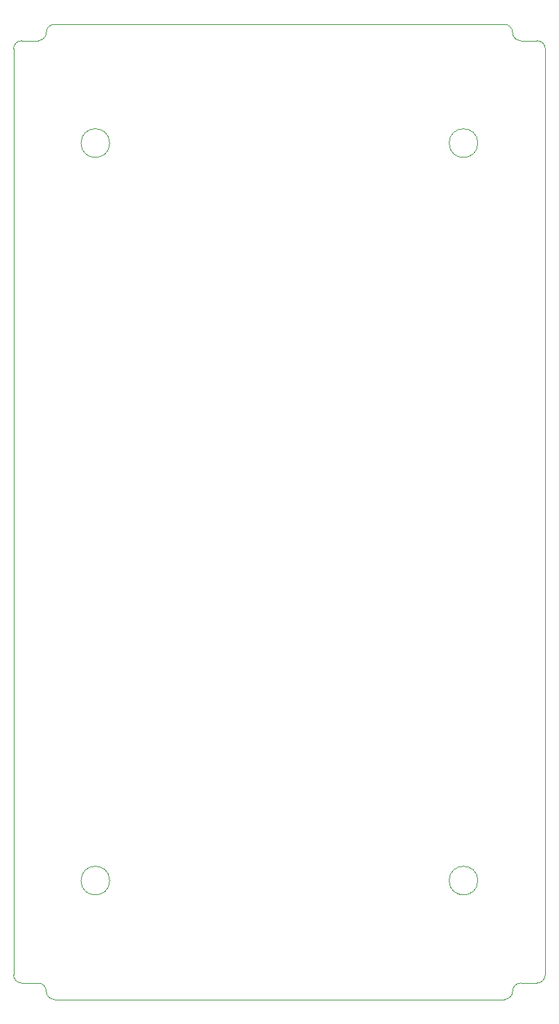
<source format=gm1>
G04 #@! TF.GenerationSoftware,KiCad,Pcbnew,5.1.5*
G04 #@! TF.CreationDate,2020-04-05T13:53:30+02:00*
G04 #@! TF.ProjectId,s7-ioboard,73372d69-6f62-46f6-9172-642e6b696361,16*
G04 #@! TF.SameCoordinates,Original*
G04 #@! TF.FileFunction,Profile,NP*
%FSLAX46Y46*%
G04 Gerber Fmt 4.6, Leading zero omitted, Abs format (unit mm)*
G04 Created by KiCad (PCBNEW 5.1.5) date 2020-04-05 13:53:30*
%MOMM*%
%LPD*%
G04 APERTURE LIST*
%ADD10C,0.050000*%
G04 APERTURE END LIST*
D10*
X80500000Y-197500000D02*
X78500000Y-197500000D01*
X78500000Y-197500000D02*
G75*
G02X77500000Y-196500000I0J1000000D01*
G01*
X80500000Y-197500000D02*
G75*
G02X81500000Y-198500000I0J-1000000D01*
G01*
X82500000Y-199500000D02*
G75*
G02X81500000Y-198500000I0J1000000D01*
G01*
X139500000Y-197500000D02*
X141500000Y-197500000D01*
X142500000Y-196500000D02*
G75*
G02X141500000Y-197500000I-1000000J0D01*
G01*
X138500000Y-198500000D02*
G75*
G02X139500000Y-197500000I1000000J0D01*
G01*
X138500000Y-198500000D02*
G75*
G02X137500000Y-199500000I-1000000J0D01*
G01*
X141500000Y-82500000D02*
X139500000Y-82500000D01*
X141500000Y-82500000D02*
G75*
G02X142500000Y-83500000I0J-1000000D01*
G01*
X139500000Y-82500000D02*
G75*
G02X138500000Y-81500000I0J1000000D01*
G01*
X137500000Y-80500000D02*
G75*
G02X138500000Y-81500000I0J-1000000D01*
G01*
X78500000Y-82500000D02*
X80500000Y-82500000D01*
X77500000Y-83500000D02*
G75*
G02X78500000Y-82500000I1000000J0D01*
G01*
X81500000Y-81500000D02*
G75*
G02X80500000Y-82500000I-1000000J0D01*
G01*
X81500000Y-81500000D02*
G75*
G02X82500000Y-80500000I1000000J0D01*
G01*
X89250000Y-95000000D02*
G75*
G03X89250000Y-95000000I-1750000J0D01*
G01*
X89250000Y-185000000D02*
G75*
G03X89250000Y-185000000I-1750000J0D01*
G01*
X134250000Y-185000000D02*
G75*
G03X134250000Y-185000000I-1750000J0D01*
G01*
X134250000Y-95000000D02*
G75*
G03X134250000Y-95000000I-1750000J0D01*
G01*
X77500000Y-196500000D02*
X77500000Y-83500000D01*
X137500000Y-199500000D02*
X82500000Y-199500000D01*
X142500000Y-83500000D02*
X142500000Y-196500000D01*
X82500000Y-80500000D02*
X137500000Y-80500000D01*
M02*

</source>
